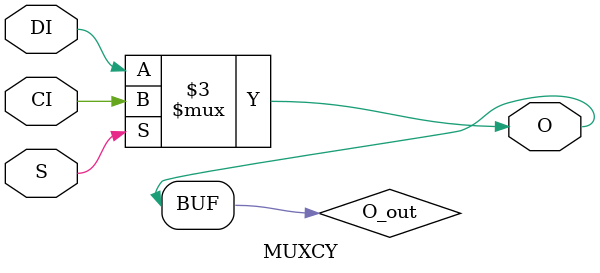
<source format=v>


`timescale  1 ps / 1 ps


`celldefine

module MUXCY (O, CI, DI, S);


`ifdef XIL_TIMING

    parameter LOC = "UNPLACED";

`endif


    output O;
    input CI, DI, S;
    
    reg O_out;

	always @(CI or DI or S) 
	    if (S)
		O_out = CI;
	    else
		O_out = DI;

    assign O = O_out;
    
`ifdef XIL_TIMING

    specify
                                                                                 
        (CI => O) = (0:0:0, 0:0:0);
        (DI => O) = (0:0:0, 0:0:0);
	(S => O) = (0:0:0, 0:0:0);
        specparam PATHPULSE$ = 0;
                                                                                 
    endspecify

`endif

endmodule

`endcelldefine


</source>
